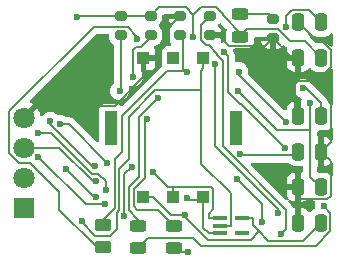
<source format=gbr>
%TF.GenerationSoftware,KiCad,Pcbnew,7.0.6*%
%TF.CreationDate,2024-04-01T13:07:50+03:00*%
%TF.ProjectId,SIM800 GPS Module,53494d38-3030-4204-9750-53204d6f6475,rev?*%
%TF.SameCoordinates,Original*%
%TF.FileFunction,Copper,L2,Bot*%
%TF.FilePolarity,Positive*%
%FSLAX46Y46*%
G04 Gerber Fmt 4.6, Leading zero omitted, Abs format (unit mm)*
G04 Created by KiCad (PCBNEW 7.0.6) date 2024-04-01 13:07:50*
%MOMM*%
%LPD*%
G01*
G04 APERTURE LIST*
G04 Aperture macros list*
%AMRoundRect*
0 Rectangle with rounded corners*
0 $1 Rounding radius*
0 $2 $3 $4 $5 $6 $7 $8 $9 X,Y pos of 4 corners*
0 Add a 4 corners polygon primitive as box body*
4,1,4,$2,$3,$4,$5,$6,$7,$8,$9,$2,$3,0*
0 Add four circle primitives for the rounded corners*
1,1,$1+$1,$2,$3*
1,1,$1+$1,$4,$5*
1,1,$1+$1,$6,$7*
1,1,$1+$1,$8,$9*
0 Add four rect primitives between the rounded corners*
20,1,$1+$1,$2,$3,$4,$5,0*
20,1,$1+$1,$4,$5,$6,$7,0*
20,1,$1+$1,$6,$7,$8,$9,0*
20,1,$1+$1,$8,$9,$2,$3,0*%
G04 Aperture macros list end*
%TA.AperFunction,ComponentPad*%
%ADD10C,1.800000*%
%TD*%
%TA.AperFunction,ComponentPad*%
%ADD11R,1.800000X1.800000*%
%TD*%
%TA.AperFunction,SMDPad,CuDef*%
%ADD12RoundRect,0.200000X-0.275000X0.200000X-0.275000X-0.200000X0.275000X-0.200000X0.275000X0.200000X0*%
%TD*%
%TA.AperFunction,SMDPad,CuDef*%
%ADD13RoundRect,0.243750X-0.456250X0.243750X-0.456250X-0.243750X0.456250X-0.243750X0.456250X0.243750X0*%
%TD*%
%TA.AperFunction,SMDPad,CuDef*%
%ADD14RoundRect,0.250000X0.250000X0.475000X-0.250000X0.475000X-0.250000X-0.475000X0.250000X-0.475000X0*%
%TD*%
%TA.AperFunction,SMDPad,CuDef*%
%ADD15RoundRect,0.250000X0.450000X-0.262500X0.450000X0.262500X-0.450000X0.262500X-0.450000X-0.262500X0*%
%TD*%
%TA.AperFunction,SMDPad,CuDef*%
%ADD16R,1.000000X1.100000*%
%TD*%
%TA.AperFunction,SMDPad,CuDef*%
%ADD17R,1.000000X3.000000*%
%TD*%
%TA.AperFunction,SMDPad,CuDef*%
%ADD18R,1.230000X0.400000*%
%TD*%
%TA.AperFunction,SMDPad,CuDef*%
%ADD19RoundRect,0.243750X0.456250X-0.243750X0.456250X0.243750X-0.456250X0.243750X-0.456250X-0.243750X0*%
%TD*%
%TA.AperFunction,ViaPad*%
%ADD20C,0.600000*%
%TD*%
%TA.AperFunction,Conductor*%
%ADD21C,0.200000*%
%TD*%
G04 APERTURE END LIST*
D10*
%TO.P,J3,4,Pin_4*%
%TO.N,GND*%
X126238000Y-85344000D03*
%TO.P,J3,3,Pin_3*%
%TO.N,RXD*%
X126238000Y-87884000D03*
%TO.P,J3,2,Pin_2*%
%TO.N,TXD*%
X126238000Y-90424000D03*
D11*
%TO.P,J3,1,Pin_1*%
%TO.N,+5V*%
X126238000Y-92964000D03*
%TD*%
D12*
%TO.P,RE,1*%
%TO.N,Net-(D4-K)*%
X147320000Y-76962000D03*
%TO.P,RE,2*%
%TO.N,GND*%
X147320000Y-78612000D03*
%TD*%
D13*
%TO.P,DE,1,K*%
%TO.N,Net-(D4-K)*%
X144545000Y-76609500D03*
%TO.P,DE,2,A*%
%TO.N,+4.2V*%
X144545000Y-78484500D03*
%TD*%
D14*
%TO.P,C6,1*%
%TO.N,+4.2V*%
X151384000Y-80264000D03*
%TO.P,C6,2*%
%TO.N,GND*%
X149484000Y-80264000D03*
%TD*%
%TO.P,C5,1*%
%TO.N,Net-(C5-Pad1)*%
X151384000Y-77254000D03*
%TO.P,C5,2*%
%TO.N,GND*%
X149484000Y-77254000D03*
%TD*%
D12*
%TO.P,R6,1*%
%TO.N,Net-(Q3-E)*%
X141986000Y-76708000D03*
%TO.P,R6,2*%
%TO.N,GND*%
X141986000Y-78358000D03*
%TD*%
%TO.P,R5,1*%
%TO.N,GND*%
X139476000Y-76708000D03*
%TO.P,R5,2*%
%TO.N,Net-(Q1-B)*%
X139476000Y-78358000D03*
%TD*%
D15*
%TO.P,R4,1*%
%TO.N,NETLIGHT*%
X132903000Y-96298000D03*
%TO.P,R4,2*%
%TO.N,Net-(Q1-B)*%
X132903000Y-94473000D03*
%TD*%
D12*
%TO.P,R2,1*%
%TO.N,+4.2V*%
X136966000Y-76708000D03*
%TO.P,R2,2*%
%TO.N,Net-(D2-A)*%
X136966000Y-78358000D03*
%TD*%
%TO.P,R1,1*%
%TO.N,+4.2V*%
X134456000Y-76708000D03*
%TO.P,R1,2*%
%TO.N,Net-(D1-A)*%
X134456000Y-78358000D03*
%TD*%
D16*
%TO.P,J2,C1,VCC*%
%TO.N,Net-(J2-VCC)*%
X136360000Y-92100000D03*
%TO.P,J2,C2,RST*%
%TO.N,Net-(J2-RST)*%
X138900000Y-92100000D03*
%TO.P,J2,C3,CLK*%
%TO.N,Net-(J2-CLK)*%
X141440000Y-92100000D03*
D17*
%TO.P,J2,C4*%
%TO.N,N/C*%
X133600000Y-86200000D03*
D16*
%TO.P,J2,C5,GND*%
%TO.N,GND*%
X136360000Y-80300000D03*
%TO.P,J2,C6,VPP*%
%TO.N,unconnected-(J2-VPP-PadC6)*%
X138900000Y-80300000D03*
%TO.P,J2,C7,I/O*%
%TO.N,Net-(J2-I{slash}O)*%
X141440000Y-80300000D03*
D17*
%TO.P,J2,C8*%
%TO.N,N/C*%
X144200000Y-86200000D03*
%TD*%
D18*
%TO.P,D3,1*%
%TO.N,Net-(J2-CLK)*%
X142824000Y-95138000D03*
%TO.P,D3,4*%
%TO.N,Net-(J2-VCC)*%
X144704000Y-93838000D03*
%TO.P,D3,2*%
%TO.N,Net-(J2-I{slash}O)*%
X142824000Y-94488000D03*
%TO.P,D3,3*%
%TO.N,Net-(J2-RST)*%
X142824000Y-93838000D03*
%TO.P,D3,5*%
%TO.N,unconnected-(D3-Pad5)*%
X144704000Y-95138000D03*
%TD*%
D19*
%TO.P,D2,1,K*%
%TO.N,Net-(D2-K)*%
X135898000Y-96363000D03*
%TO.P,D2,2,A*%
%TO.N,Net-(D2-A)*%
X135898000Y-94488000D03*
%TD*%
%TO.P,D1,1,K*%
%TO.N,Net-(D1-K)*%
X138938000Y-96363000D03*
%TO.P,D1,2,A*%
%TO.N,Net-(D1-A)*%
X138938000Y-94488000D03*
%TD*%
D14*
%TO.P,C4,1*%
%TO.N,Net-(J2-VCC)*%
X151384000Y-94234000D03*
%TO.P,C4,2*%
%TO.N,GND*%
X149484000Y-94234000D03*
%TD*%
%TO.P,C3,1*%
%TO.N,Net-(C3-Pad1)*%
X151384000Y-91224000D03*
%TO.P,C3,2*%
%TO.N,GND*%
X149484000Y-91224000D03*
%TD*%
%TO.P,C2,1*%
%TO.N,GND*%
X151384000Y-88214000D03*
%TO.P,C2,2*%
%TO.N,Net-(U1-SIM_DATA)*%
X149484000Y-88214000D03*
%TD*%
%TO.P,C1,1*%
%TO.N,Net-(U1-GSM_ANT)*%
X151384000Y-85204000D03*
%TO.P,C1,2*%
%TO.N,GND*%
X149484000Y-85204000D03*
%TD*%
D20*
%TO.N,RXD*%
X132308100Y-90736300D03*
%TO.N,TXD*%
X133215400Y-91435600D03*
X127458600Y-86618800D03*
%TO.N,Net-(C5-Pad1)*%
X148432800Y-77646500D03*
%TO.N,Net-(U1-SIM_RST)*%
X127469200Y-88653000D03*
X133091600Y-92662700D03*
%TO.N,NETLIGHT*%
X135852900Y-78714500D03*
%TO.N,+4.2V*%
X130775900Y-76830600D03*
X140592500Y-78533700D03*
%TO.N,Net-(Q3-C)*%
X147790300Y-93449200D03*
X142447800Y-80806500D03*
%TO.N,Net-(Q3-E)*%
X148001800Y-95177600D03*
%TO.N,Net-(Q3-B)*%
X146382500Y-94220800D03*
X144289700Y-90520800D03*
X132253700Y-89471700D03*
X128483000Y-85640300D03*
%TO.N,STATUS*%
X148344200Y-87923200D03*
X143186900Y-79782800D03*
%TO.N,Net-(Q1-B)*%
X148467500Y-85742400D03*
X144442900Y-81443800D03*
X140061700Y-81443800D03*
%TO.N,Net-(J2-RST)*%
X137141300Y-89934000D03*
X133289600Y-89162900D03*
X129306200Y-85891700D03*
%TO.N,Net-(J2-I{slash}O)*%
X131118600Y-94116100D03*
%TO.N,Net-(J2-CLK)*%
X129805300Y-89656400D03*
X132352500Y-92060800D03*
X140030100Y-92142100D03*
%TO.N,Net-(D2-A)*%
X137609600Y-83640400D03*
X135511800Y-81901900D03*
%TO.N,Net-(D2-K)*%
X151657100Y-92865800D03*
%TO.N,Net-(D1-A)*%
X134344100Y-83062200D03*
X136688500Y-85437300D03*
%TO.N,Net-(D1-K)*%
X140162100Y-96736900D03*
%TO.N,Net-(J2-VCC)*%
X139900000Y-93591000D03*
%TO.N,Net-(C3-Pad1)*%
X150494900Y-84096000D03*
X144342000Y-83049600D03*
%TO.N,Net-(U1-SIM_DATA)*%
X134719300Y-93673300D03*
X135360000Y-89494500D03*
X144522100Y-88384400D03*
%TO.N,GND*%
X148307700Y-82823400D03*
X149384100Y-81823100D03*
%TO.N,Net-(U1-GSM_ANT)*%
X149865500Y-82865300D03*
%TD*%
D21*
%TO.N,RXD*%
X132098900Y-90736300D02*
X132308100Y-90736300D01*
X129246600Y-87884000D02*
X132098900Y-90736300D01*
X126238000Y-87884000D02*
X129246600Y-87884000D01*
%TO.N,TXD*%
X133215400Y-90748900D02*
X133215400Y-91435600D01*
X132540100Y-90073600D02*
X133215400Y-90748900D01*
X132004500Y-90073600D02*
X132540100Y-90073600D01*
X128549700Y-86618800D02*
X132004500Y-90073600D01*
X127458600Y-86618800D02*
X128549700Y-86618800D01*
%TO.N,Net-(D4-K)*%
X146967500Y-76609500D02*
X147320000Y-76962000D01*
X144545000Y-76609500D02*
X146967500Y-76609500D01*
%TO.N,Net-(C5-Pad1)*%
X148432800Y-76740300D02*
X148432800Y-77646500D01*
X148947000Y-76226100D02*
X148432800Y-76740300D01*
X150356100Y-76226100D02*
X148947000Y-76226100D01*
X151384000Y-77254000D02*
X150356100Y-76226100D01*
%TO.N,Net-(U1-SIM_RST)*%
X131478900Y-92662700D02*
X127469200Y-88653000D01*
X133091600Y-92662700D02*
X131478900Y-92662700D01*
%TO.N,NETLIGHT*%
X135852900Y-78496000D02*
X135852900Y-78714500D01*
X135012200Y-77655300D02*
X135852900Y-78496000D01*
X132171500Y-77655300D02*
X135012200Y-77655300D01*
X125006800Y-84820000D02*
X132171500Y-77655300D01*
X125006800Y-88366000D02*
X125006800Y-84820000D01*
X125794800Y-89154000D02*
X125006800Y-88366000D01*
X126776600Y-89154000D02*
X125794800Y-89154000D01*
X129235100Y-91612500D02*
X126776600Y-89154000D01*
X129235100Y-93132000D02*
X129235100Y-91612500D01*
X132401100Y-96298000D02*
X129235100Y-93132000D01*
X132903000Y-96298000D02*
X132401100Y-96298000D01*
%TO.N,+4.2V*%
X136966000Y-76708000D02*
X134456000Y-76708000D01*
X130898500Y-76708000D02*
X130775900Y-76830600D01*
X134456000Y-76708000D02*
X130898500Y-76708000D01*
X145155300Y-77874200D02*
X144716800Y-78312700D01*
X147795800Y-77874200D02*
X145155300Y-77874200D01*
X148805500Y-78883900D02*
X147795800Y-77874200D01*
X150003900Y-78883900D02*
X148805500Y-78883900D01*
X151384000Y-80264000D02*
X150003900Y-78883900D01*
X144716800Y-78312700D02*
X144545000Y-78484500D01*
X141210700Y-76005300D02*
X140592500Y-76623500D01*
X142492100Y-76005300D02*
X141210700Y-76005300D01*
X143072700Y-76585900D02*
X142492100Y-76005300D01*
X143072700Y-76668600D02*
X143072700Y-76585900D01*
X144716800Y-78312700D02*
X143072700Y-76668600D01*
X139974300Y-76005300D02*
X140592500Y-76623500D01*
X137668700Y-76005300D02*
X139974300Y-76005300D01*
X136966000Y-76708000D02*
X137668700Y-76005300D01*
X140592500Y-76623500D02*
X140592500Y-78533700D01*
%TO.N,Net-(Q3-C)*%
X147790300Y-93072000D02*
X147790300Y-93449200D01*
X142447800Y-87729500D02*
X147790300Y-93072000D01*
X142447800Y-80806500D02*
X142447800Y-87729500D01*
%TO.N,Net-(Q3-E)*%
X141203000Y-77491000D02*
X141986000Y-76708000D01*
X141203000Y-78799300D02*
X141203000Y-77491000D01*
X141624300Y-79220600D02*
X141203000Y-78799300D01*
X141877200Y-79220600D02*
X141624300Y-79220600D01*
X142585000Y-79928400D02*
X141877200Y-79220600D01*
X142585000Y-80032000D02*
X142585000Y-79928400D01*
X143069900Y-80516900D02*
X142585000Y-80032000D01*
X143069900Y-87783300D02*
X143069900Y-80516900D01*
X148434100Y-93147500D02*
X143069900Y-87783300D01*
X148434100Y-94745300D02*
X148434100Y-93147500D01*
X148001800Y-95177600D02*
X148434100Y-94745300D01*
%TO.N,Net-(Q3-B)*%
X146382500Y-92613600D02*
X144289700Y-90520800D01*
X146382500Y-94220800D02*
X146382500Y-92613600D01*
X128483000Y-85921900D02*
X128483000Y-85640300D01*
X132032800Y-89471700D02*
X128483000Y-85921900D01*
X132253700Y-89471700D02*
X132032800Y-89471700D01*
%TO.N,STATUS*%
X148344200Y-87873000D02*
X148344200Y-87923200D01*
X144637600Y-84166400D02*
X148344200Y-87873000D01*
X144513200Y-84166400D02*
X144637600Y-84166400D01*
X143514700Y-83167900D02*
X144513200Y-84166400D01*
X143514700Y-80110600D02*
X143514700Y-83167900D01*
X143186900Y-79782800D02*
X143514700Y-80110600D01*
%TO.N,Net-(Q1-B)*%
X139729900Y-78611900D02*
X139476000Y-78358000D01*
X139729900Y-81398300D02*
X139729900Y-78611900D01*
X144442900Y-81717800D02*
X144442900Y-81443800D01*
X148467500Y-85742400D02*
X144442900Y-81717800D01*
X140016200Y-81398300D02*
X140061700Y-81443800D01*
X139729900Y-81398300D02*
X140016200Y-81398300D01*
X138382600Y-81398300D02*
X139729900Y-81398300D01*
X134567100Y-85213800D02*
X138382600Y-81398300D01*
X134567100Y-88225500D02*
X134567100Y-85213800D01*
X133913100Y-88879500D02*
X134567100Y-88225500D01*
X133913100Y-93028000D02*
X133913100Y-88879500D01*
X132903000Y-94038100D02*
X133913100Y-93028000D01*
X132903000Y-94473000D02*
X132903000Y-94038100D01*
%TO.N,Net-(J2-RST)*%
X130018400Y-85891700D02*
X133289600Y-89162900D01*
X129306200Y-85891700D02*
X130018400Y-85891700D01*
X138455400Y-91248100D02*
X137141300Y-89934000D01*
X138900000Y-91248100D02*
X138455400Y-91248100D01*
X138900000Y-92100000D02*
X138900000Y-91248100D01*
X142106800Y-91248100D02*
X138900000Y-91248100D01*
X142286100Y-91427400D02*
X142106800Y-91248100D01*
X142286100Y-93082600D02*
X142286100Y-91427400D01*
X141907100Y-93461600D02*
X142286100Y-93082600D01*
X141907100Y-93838000D02*
X141907100Y-93461600D01*
X142824000Y-93838000D02*
X141907100Y-93838000D01*
%TO.N,Net-(J2-I{slash}O)*%
X141440000Y-80300000D02*
X141440000Y-81151900D01*
X142824000Y-94488000D02*
X143740900Y-94488000D01*
X141226100Y-81365800D02*
X141226100Y-83023800D01*
X141440000Y-81151900D02*
X141226100Y-81365800D01*
X131118600Y-94206500D02*
X131118600Y-94116100D01*
X132235100Y-95323000D02*
X131118600Y-94206500D01*
X133567800Y-95323000D02*
X132235100Y-95323000D01*
X134117400Y-94773400D02*
X133567800Y-95323000D01*
X134117400Y-93392000D02*
X134117400Y-94773400D01*
X134316600Y-93192800D02*
X134117400Y-93392000D01*
X134316600Y-89686800D02*
X134316600Y-93192800D01*
X135121900Y-88881500D02*
X134316600Y-89686800D01*
X135121900Y-85268800D02*
X135121900Y-88881500D01*
X137366900Y-83023800D02*
X135121900Y-85268800D01*
X141226100Y-83023800D02*
X137366900Y-83023800D01*
X141226100Y-89233000D02*
X141226100Y-83023800D01*
X143740900Y-91747800D02*
X141226100Y-89233000D01*
X143740900Y-94488000D02*
X143740900Y-91747800D01*
%TO.N,Net-(J2-CLK)*%
X142824000Y-95138000D02*
X141907100Y-95138000D01*
X141440000Y-92851000D02*
X141440000Y-92950400D01*
X141440000Y-92950400D02*
X141440000Y-92951900D01*
X141440000Y-92100000D02*
X141440000Y-92342900D01*
X141440000Y-92342900D02*
X141440000Y-92851000D01*
X141440000Y-94670900D02*
X141440000Y-92951900D01*
X141907100Y-95138000D02*
X141440000Y-94670900D01*
X140230900Y-92342900D02*
X140030100Y-92142100D01*
X141440000Y-92342900D02*
X140230900Y-92342900D01*
X132209700Y-92060800D02*
X132352500Y-92060800D01*
X129805300Y-89656400D02*
X132209700Y-92060800D01*
%TO.N,Net-(D2-A)*%
X136966000Y-78519400D02*
X136966000Y-78358000D01*
X136133700Y-79351700D02*
X136966000Y-78519400D01*
X135740600Y-79351700D02*
X136133700Y-79351700D01*
X135511800Y-79580500D02*
X135740600Y-79351700D01*
X135511800Y-81901900D02*
X135511800Y-79580500D01*
X135970300Y-85279700D02*
X137609600Y-83640400D01*
X135970300Y-90352200D02*
X135970300Y-85279700D01*
X135121900Y-91200600D02*
X135970300Y-90352200D01*
X135121900Y-93192600D02*
X135121900Y-91200600D01*
X135898000Y-93968700D02*
X135121900Y-93192600D01*
X135898000Y-94488000D02*
X135898000Y-93968700D01*
%TO.N,Net-(D2-K)*%
X152191100Y-93399800D02*
X151657100Y-92865800D01*
X152191100Y-94956800D02*
X152191100Y-93399800D01*
X150945800Y-96202100D02*
X152191100Y-94956800D01*
X141217100Y-96202100D02*
X150945800Y-96202100D01*
X140536800Y-95521800D02*
X141217100Y-96202100D01*
X136739200Y-95521800D02*
X140536800Y-95521800D01*
X135898000Y-96363000D02*
X136739200Y-95521800D01*
%TO.N,Net-(D1-A)*%
X134456000Y-82950300D02*
X134344100Y-83062200D01*
X134456000Y-78358000D02*
X134456000Y-82950300D01*
X136530400Y-85595400D02*
X136688500Y-85437300D01*
X136530400Y-90452600D02*
X136530400Y-85595400D01*
X135558100Y-91424900D02*
X136530400Y-90452600D01*
X135558100Y-92855100D02*
X135558100Y-91424900D01*
X135837000Y-93134000D02*
X135558100Y-92855100D01*
X137584000Y-93134000D02*
X135837000Y-93134000D01*
X138938000Y-94488000D02*
X137584000Y-93134000D01*
%TO.N,Net-(D1-K)*%
X139311900Y-96736900D02*
X138938000Y-96363000D01*
X140162100Y-96736900D02*
X139311900Y-96736900D01*
%TO.N,Net-(J2-VCC)*%
X136360000Y-92100000D02*
X137161900Y-92100000D01*
X144704000Y-93838000D02*
X145620900Y-93838000D01*
X138652900Y-93591000D02*
X139900000Y-93591000D01*
X137161900Y-92100000D02*
X138652900Y-93591000D01*
X149838400Y-95779600D02*
X151384000Y-94234000D01*
X146941800Y-95779600D02*
X149838400Y-95779600D01*
X146133300Y-94971100D02*
X146941800Y-95779600D01*
X145620900Y-94458700D02*
X146133300Y-94971100D01*
X145620900Y-93838000D02*
X145620900Y-94458700D01*
X139900000Y-93714600D02*
X139900000Y-93591000D01*
X141854700Y-95669300D02*
X139900000Y-93714600D01*
X145435100Y-95669300D02*
X141854700Y-95669300D01*
X146133300Y-94971100D02*
X145435100Y-95669300D01*
%TO.N,Net-(C3-Pad1)*%
X150494900Y-90334900D02*
X150494900Y-86348100D01*
X151384000Y-91224000D02*
X150494900Y-90334900D01*
X150494900Y-86348100D02*
X150494900Y-84096000D01*
X147640500Y-86348100D02*
X144342000Y-83049600D01*
X150494900Y-86348100D02*
X147640500Y-86348100D01*
%TO.N,Net-(U1-SIM_DATA)*%
X149153800Y-88544200D02*
X149484000Y-88214000D01*
X144681900Y-88544200D02*
X149153800Y-88544200D01*
X144522100Y-88384400D02*
X144681900Y-88544200D01*
X134719300Y-90135200D02*
X134719300Y-93673300D01*
X135360000Y-89494500D02*
X134719300Y-90135200D01*
%TO.N,GND*%
X149484000Y-92261300D02*
X149485500Y-92259800D01*
X149484000Y-94234000D02*
X149484000Y-92261300D01*
X149485500Y-91225500D02*
X149484000Y-91224000D01*
X149485500Y-92259800D02*
X149485500Y-91225500D01*
X148972000Y-80264000D02*
X147320000Y-78612000D01*
X149484000Y-80264000D02*
X148972000Y-80264000D01*
X151004800Y-78774800D02*
X149484000Y-77254000D01*
X151401600Y-78774800D02*
X151004800Y-78774800D01*
X152202300Y-79575500D02*
X151401600Y-78774800D01*
X152202300Y-81031700D02*
X152202300Y-79575500D01*
X150875300Y-82358700D02*
X152202300Y-81031700D01*
X152216800Y-87381200D02*
X151384000Y-88214000D01*
X152216800Y-83700200D02*
X152216800Y-87381200D01*
X150875300Y-82358700D02*
X152216800Y-83700200D01*
X151899800Y-92259800D02*
X149485500Y-92259800D01*
X152222500Y-91937100D02*
X151899800Y-92259800D01*
X152222500Y-89052500D02*
X152222500Y-91937100D01*
X151384000Y-88214000D02*
X152222500Y-89052500D01*
X142658800Y-78358000D02*
X141986000Y-78358000D01*
X143576400Y-79275600D02*
X142658800Y-78358000D01*
X146656400Y-79275600D02*
X143576400Y-79275600D01*
X147320000Y-78612000D02*
X146656400Y-79275600D01*
X150780000Y-82263400D02*
X150875300Y-82358700D01*
X149484000Y-82263400D02*
X150780000Y-82263400D01*
X149223900Y-82823400D02*
X148307700Y-82823400D01*
X149223900Y-82523500D02*
X149223900Y-82823400D01*
X149484000Y-82263400D02*
X149223900Y-82523500D01*
X149223900Y-84943900D02*
X149484000Y-85204000D01*
X149223900Y-82823400D02*
X149223900Y-84943900D01*
X149484000Y-80264000D02*
X149484000Y-81823100D01*
X149484000Y-81823100D02*
X149484000Y-82263400D01*
X149384100Y-81823100D02*
X149484000Y-81823100D01*
X138527200Y-77656800D02*
X139476000Y-76708000D01*
X138527200Y-78934700D02*
X138527200Y-77656800D01*
X137161900Y-80300000D02*
X138527200Y-78934700D01*
X136360000Y-80300000D02*
X137161900Y-80300000D01*
X136360000Y-81920900D02*
X136360000Y-80300000D01*
X133911500Y-84369400D02*
X136360000Y-81920900D01*
X127212600Y-84369400D02*
X133911500Y-84369400D01*
X126238000Y-85344000D02*
X127212600Y-84369400D01*
%TO.N,Net-(U1-GSM_ANT)*%
X150122400Y-82865300D02*
X149865500Y-82865300D01*
X151384000Y-84126900D02*
X150122400Y-82865300D01*
X151384000Y-85204000D02*
X151384000Y-84126900D01*
%TD*%
%TA.AperFunction,Conductor*%
%TO.N,GND*%
G36*
X148644008Y-89164385D02*
G01*
X148664650Y-89181018D01*
X148765344Y-89281712D01*
X148914666Y-89373814D01*
X149081203Y-89428999D01*
X149183991Y-89439500D01*
X149770400Y-89439499D01*
X149837439Y-89459183D01*
X149883194Y-89511987D01*
X149894400Y-89563499D01*
X149894400Y-89875000D01*
X149874715Y-89942039D01*
X149821911Y-89987794D01*
X149770400Y-89999000D01*
X149734000Y-89999000D01*
X149734000Y-92448999D01*
X149783972Y-92448999D01*
X149783986Y-92448998D01*
X149886697Y-92438505D01*
X150053119Y-92383358D01*
X150053124Y-92383356D01*
X150202345Y-92291315D01*
X150326318Y-92167342D01*
X150328165Y-92164348D01*
X150329969Y-92162724D01*
X150330798Y-92161677D01*
X150330976Y-92161818D01*
X150380110Y-92117621D01*
X150449073Y-92106396D01*
X150513156Y-92134236D01*
X150539243Y-92164341D01*
X150541288Y-92167656D01*
X150665344Y-92291712D01*
X150814666Y-92383814D01*
X150841047Y-92392555D01*
X150898491Y-92432327D01*
X150925315Y-92496842D01*
X150919085Y-92551215D01*
X150871732Y-92686542D01*
X150871730Y-92686550D01*
X150851535Y-92865796D01*
X150851535Y-92865803D01*
X150862288Y-92961241D01*
X150850233Y-93030063D01*
X150804165Y-93080663D01*
X150665342Y-93166289D01*
X150541288Y-93290343D01*
X150541283Y-93290349D01*
X150539241Y-93293661D01*
X150537247Y-93295453D01*
X150536807Y-93296011D01*
X150536711Y-93295935D01*
X150487291Y-93340383D01*
X150418328Y-93351602D01*
X150354247Y-93323755D01*
X150328168Y-93293656D01*
X150326319Y-93290659D01*
X150326316Y-93290655D01*
X150202345Y-93166684D01*
X150053124Y-93074643D01*
X150053119Y-93074641D01*
X149886697Y-93019494D01*
X149886690Y-93019493D01*
X149783986Y-93009000D01*
X149734000Y-93009000D01*
X149734000Y-94360000D01*
X149714315Y-94427039D01*
X149661511Y-94472794D01*
X149610000Y-94484000D01*
X149358000Y-94484000D01*
X149290961Y-94464315D01*
X149245206Y-94411511D01*
X149234000Y-94360000D01*
X149234000Y-93009000D01*
X149233999Y-93008999D01*
X149184029Y-93009000D01*
X149184009Y-93009001D01*
X149124929Y-93015037D01*
X149056236Y-93002267D01*
X149005352Y-92954386D01*
X148997770Y-92939138D01*
X148958636Y-92844659D01*
X148933299Y-92811639D01*
X148862382Y-92719218D01*
X148834105Y-92697520D01*
X148828004Y-92692169D01*
X148632433Y-92496598D01*
X148598948Y-92435275D01*
X148603932Y-92365583D01*
X148645804Y-92309650D01*
X148711268Y-92285233D01*
X148779541Y-92300085D01*
X148785211Y-92303378D01*
X148914875Y-92383356D01*
X148914880Y-92383358D01*
X149081302Y-92438505D01*
X149081309Y-92438506D01*
X149184019Y-92448999D01*
X149233999Y-92448998D01*
X149234000Y-92448998D01*
X149234000Y-91474000D01*
X148484001Y-91474000D01*
X148484001Y-91748986D01*
X148494494Y-91851697D01*
X148549641Y-92018119D01*
X148549643Y-92018124D01*
X148629621Y-92147788D01*
X148648061Y-92215181D01*
X148627138Y-92281844D01*
X148573496Y-92326614D01*
X148504166Y-92335275D01*
X148441158Y-92305079D01*
X148436401Y-92300566D01*
X147109835Y-90974000D01*
X148484000Y-90974000D01*
X149234000Y-90974000D01*
X149234000Y-89999000D01*
X149233999Y-89998999D01*
X149184029Y-89999000D01*
X149184011Y-89999001D01*
X149081302Y-90009494D01*
X148914880Y-90064641D01*
X148914875Y-90064643D01*
X148765654Y-90156684D01*
X148641684Y-90280654D01*
X148549643Y-90429875D01*
X148549641Y-90429880D01*
X148494494Y-90596302D01*
X148494493Y-90596309D01*
X148484000Y-90699013D01*
X148484000Y-90974000D01*
X147109835Y-90974000D01*
X145492216Y-89356381D01*
X145458731Y-89295058D01*
X145463715Y-89225366D01*
X145505587Y-89169433D01*
X145571051Y-89145016D01*
X145579897Y-89144700D01*
X148576969Y-89144700D01*
X148644008Y-89164385D01*
G37*
%TD.AperFunction*%
%TA.AperFunction,Conductor*%
G36*
X152326834Y-86150048D02*
G01*
X152382767Y-86191920D01*
X152407184Y-86257384D01*
X152407500Y-86266230D01*
X152407500Y-87152477D01*
X152387815Y-87219516D01*
X152335011Y-87265271D01*
X152265853Y-87275215D01*
X152202297Y-87246190D01*
X152195819Y-87240158D01*
X152102345Y-87146684D01*
X151953124Y-87054643D01*
X151953119Y-87054641D01*
X151786697Y-86999494D01*
X151786690Y-86999493D01*
X151683986Y-86989000D01*
X151634000Y-86989000D01*
X151634000Y-89438999D01*
X151683972Y-89438999D01*
X151683986Y-89438998D01*
X151786697Y-89428505D01*
X151953119Y-89373358D01*
X151953124Y-89373356D01*
X152102345Y-89281315D01*
X152195819Y-89187842D01*
X152257142Y-89154357D01*
X152326834Y-89159341D01*
X152382767Y-89201213D01*
X152407184Y-89266677D01*
X152407500Y-89275523D01*
X152407500Y-90161770D01*
X152387815Y-90228809D01*
X152335011Y-90274564D01*
X152265853Y-90284508D01*
X152202297Y-90255483D01*
X152195819Y-90249451D01*
X152102657Y-90156289D01*
X152102656Y-90156288D01*
X151953334Y-90064186D01*
X151786797Y-90009001D01*
X151786795Y-90009000D01*
X151684016Y-89998500D01*
X151684009Y-89998500D01*
X151219400Y-89998500D01*
X151152361Y-89978815D01*
X151106606Y-89926011D01*
X151095400Y-89874500D01*
X151095400Y-89528961D01*
X151115085Y-89461922D01*
X151131719Y-89441280D01*
X151134000Y-89438999D01*
X151134000Y-86989000D01*
X151131719Y-86986719D01*
X151098234Y-86925396D01*
X151095400Y-86899038D01*
X151095400Y-86553499D01*
X151115085Y-86486460D01*
X151167889Y-86440705D01*
X151219400Y-86429499D01*
X151684002Y-86429499D01*
X151684008Y-86429499D01*
X151786797Y-86418999D01*
X151953334Y-86363814D01*
X152102656Y-86271712D01*
X152195819Y-86178549D01*
X152257142Y-86145064D01*
X152326834Y-86150048D01*
G37*
%TD.AperFunction*%
%TA.AperFunction,Conductor*%
G36*
X139669039Y-76625485D02*
G01*
X139714794Y-76678289D01*
X139726000Y-76729800D01*
X139726000Y-76834000D01*
X139706315Y-76901039D01*
X139653511Y-76946794D01*
X139602000Y-76958000D01*
X138501001Y-76958000D01*
X138501001Y-76964582D01*
X138507408Y-77035102D01*
X138507409Y-77035107D01*
X138557981Y-77197396D01*
X138645927Y-77342877D01*
X138748015Y-77444965D01*
X138781500Y-77506288D01*
X138776516Y-77575980D01*
X138748015Y-77620327D01*
X138645531Y-77722810D01*
X138645530Y-77722811D01*
X138557522Y-77868393D01*
X138506913Y-78030807D01*
X138501782Y-78087275D01*
X138500500Y-78101384D01*
X138500500Y-78614616D01*
X138502403Y-78635556D01*
X138506913Y-78685192D01*
X138506913Y-78685194D01*
X138506914Y-78685196D01*
X138557522Y-78847606D01*
X138638144Y-78980971D01*
X138645530Y-78993188D01*
X138690161Y-79037819D01*
X138723646Y-79099142D01*
X138718662Y-79168834D01*
X138676790Y-79224767D01*
X138611326Y-79249184D01*
X138602480Y-79249500D01*
X138352130Y-79249500D01*
X138352123Y-79249501D01*
X138292516Y-79255908D01*
X138157671Y-79306202D01*
X138157664Y-79306206D01*
X138042455Y-79392452D01*
X138042452Y-79392455D01*
X137956206Y-79507664D01*
X137956202Y-79507671D01*
X137905908Y-79642517D01*
X137899501Y-79702116D01*
X137899500Y-79702135D01*
X137899500Y-80897870D01*
X137899501Y-80897879D01*
X137906194Y-80960145D01*
X137893786Y-81028905D01*
X137870585Y-81061078D01*
X134608819Y-84322844D01*
X134547496Y-84356329D01*
X134477804Y-84351345D01*
X134446827Y-84334430D01*
X134434620Y-84325292D01*
X134353424Y-84264508D01*
X134342330Y-84256203D01*
X134342328Y-84256202D01*
X134207482Y-84205908D01*
X134207483Y-84205908D01*
X134147883Y-84199501D01*
X134147881Y-84199500D01*
X134147873Y-84199500D01*
X134147864Y-84199500D01*
X133052129Y-84199500D01*
X133052123Y-84199501D01*
X132992516Y-84205908D01*
X132857671Y-84256202D01*
X132857664Y-84256206D01*
X132742455Y-84342452D01*
X132742452Y-84342455D01*
X132656206Y-84457664D01*
X132656202Y-84457671D01*
X132605908Y-84592517D01*
X132599501Y-84652116D01*
X132599500Y-84652135D01*
X132599500Y-87324203D01*
X132579815Y-87391242D01*
X132527011Y-87436997D01*
X132457853Y-87446941D01*
X132394297Y-87417916D01*
X132387819Y-87411884D01*
X131459435Y-86483500D01*
X130473720Y-85497785D01*
X130468380Y-85491695D01*
X130446682Y-85463418D01*
X130321241Y-85367164D01*
X130265318Y-85344000D01*
X130175162Y-85306656D01*
X130175160Y-85306655D01*
X130057761Y-85291200D01*
X130018400Y-85286018D01*
X129983070Y-85290669D01*
X129974972Y-85291200D01*
X129888612Y-85291200D01*
X129821573Y-85271515D01*
X129811297Y-85264145D01*
X129808463Y-85261885D01*
X129808462Y-85261884D01*
X129751696Y-85226215D01*
X129655723Y-85165911D01*
X129485454Y-85106331D01*
X129485449Y-85106330D01*
X129306204Y-85086135D01*
X129306196Y-85086135D01*
X129145089Y-85104286D01*
X129076267Y-85092231D01*
X129043525Y-85068747D01*
X128985262Y-85010484D01*
X128832523Y-84914511D01*
X128662254Y-84854931D01*
X128662249Y-84854930D01*
X128483004Y-84834735D01*
X128482996Y-84834735D01*
X128303750Y-84854930D01*
X128303745Y-84854931D01*
X128133476Y-84914511D01*
X127980737Y-85010484D01*
X127853184Y-85138037D01*
X127853178Y-85138044D01*
X127848228Y-85145923D01*
X127795892Y-85192212D01*
X127726838Y-85202857D01*
X127662991Y-85174478D01*
X127624622Y-85116087D01*
X127623032Y-85110386D01*
X127566682Y-84887864D01*
X127473483Y-84675390D01*
X127389186Y-84546364D01*
X126800772Y-85134778D01*
X126762099Y-85041412D01*
X126665925Y-84916075D01*
X126540588Y-84819901D01*
X126447219Y-84781226D01*
X127036799Y-84191647D01*
X127006349Y-84167949D01*
X126829298Y-84072133D01*
X126779708Y-84022913D01*
X126764600Y-83954697D01*
X126788770Y-83889141D01*
X126800621Y-83875412D01*
X132383915Y-78292119D01*
X132445239Y-78258634D01*
X132471597Y-78255800D01*
X133356500Y-78255800D01*
X133423539Y-78275485D01*
X133469294Y-78328289D01*
X133480500Y-78379800D01*
X133480500Y-78614616D01*
X133482403Y-78635556D01*
X133486913Y-78685192D01*
X133486913Y-78685194D01*
X133486914Y-78685196D01*
X133537522Y-78847606D01*
X133618144Y-78980971D01*
X133625530Y-78993188D01*
X133745810Y-79113468D01*
X133745814Y-79113471D01*
X133745815Y-79113472D01*
X133764772Y-79124932D01*
X133795650Y-79143599D01*
X133842837Y-79195127D01*
X133855499Y-79249715D01*
X133855499Y-82367360D01*
X133835814Y-82434399D01*
X133819181Y-82455041D01*
X133714283Y-82559939D01*
X133618311Y-82712676D01*
X133558731Y-82882945D01*
X133558730Y-82882950D01*
X133538535Y-83062196D01*
X133538535Y-83062203D01*
X133558730Y-83241449D01*
X133558731Y-83241454D01*
X133618311Y-83411723D01*
X133670710Y-83495115D01*
X133714284Y-83564462D01*
X133841838Y-83692016D01*
X133994578Y-83787989D01*
X134097660Y-83824059D01*
X134164845Y-83847568D01*
X134164850Y-83847569D01*
X134344096Y-83867765D01*
X134344100Y-83867765D01*
X134344104Y-83867765D01*
X134523349Y-83847569D01*
X134523352Y-83847568D01*
X134523355Y-83847568D01*
X134693622Y-83787989D01*
X134846362Y-83692016D01*
X134973916Y-83564462D01*
X135069889Y-83411722D01*
X135129468Y-83241455D01*
X135149665Y-83062200D01*
X135147676Y-83044549D01*
X135129469Y-82882950D01*
X135129467Y-82882940D01*
X135108154Y-82822033D01*
X135104591Y-82752254D01*
X135139320Y-82691626D01*
X135201313Y-82659399D01*
X135266150Y-82664036D01*
X135332537Y-82687266D01*
X135332543Y-82687267D01*
X135332545Y-82687268D01*
X135332546Y-82687268D01*
X135332550Y-82687269D01*
X135511796Y-82707465D01*
X135511800Y-82707465D01*
X135511804Y-82707465D01*
X135691049Y-82687269D01*
X135691052Y-82687268D01*
X135691055Y-82687268D01*
X135861322Y-82627689D01*
X136014062Y-82531716D01*
X136141616Y-82404162D01*
X136237589Y-82251422D01*
X136297168Y-82081155D01*
X136297306Y-82079930D01*
X136317365Y-81901903D01*
X136317365Y-81901896D01*
X136297169Y-81722650D01*
X136297168Y-81722645D01*
X136262320Y-81623055D01*
X136237589Y-81552378D01*
X136141616Y-81399638D01*
X136141614Y-81399636D01*
X136141613Y-81399634D01*
X136139350Y-81396796D01*
X136138459Y-81394615D01*
X136137911Y-81393742D01*
X136138064Y-81393645D01*
X136112944Y-81332109D01*
X136112300Y-81319487D01*
X136112300Y-80550000D01*
X136610000Y-80550000D01*
X136610000Y-81350000D01*
X136907828Y-81350000D01*
X136907844Y-81349999D01*
X136967372Y-81343598D01*
X136967379Y-81343596D01*
X137102086Y-81293354D01*
X137102093Y-81293350D01*
X137217187Y-81207190D01*
X137217190Y-81207187D01*
X137303350Y-81092093D01*
X137303354Y-81092086D01*
X137353596Y-80957379D01*
X137353598Y-80957372D01*
X137359999Y-80897844D01*
X137360000Y-80897827D01*
X137360000Y-80550000D01*
X136610000Y-80550000D01*
X136112300Y-80550000D01*
X136112300Y-80174000D01*
X136131985Y-80106961D01*
X136184789Y-80061206D01*
X136236300Y-80050000D01*
X137360000Y-80050000D01*
X137360000Y-79702172D01*
X137359999Y-79702155D01*
X137353598Y-79642627D01*
X137353596Y-79642620D01*
X137303354Y-79507913D01*
X137303350Y-79507906D01*
X137261206Y-79451609D01*
X137236788Y-79386145D01*
X137251639Y-79317872D01*
X137301044Y-79268466D01*
X137349249Y-79253807D01*
X137368196Y-79252086D01*
X137530606Y-79201478D01*
X137676185Y-79113472D01*
X137796472Y-78993185D01*
X137884478Y-78847606D01*
X137935086Y-78685196D01*
X137941500Y-78614616D01*
X137941500Y-78101384D01*
X137935086Y-78030804D01*
X137884478Y-77868394D01*
X137796472Y-77722815D01*
X137796470Y-77722813D01*
X137796469Y-77722811D01*
X137694339Y-77620681D01*
X137660854Y-77559358D01*
X137665838Y-77489666D01*
X137694339Y-77445319D01*
X137796468Y-77343189D01*
X137796469Y-77343188D01*
X137796469Y-77343187D01*
X137796472Y-77343185D01*
X137884478Y-77197606D01*
X137935086Y-77035196D01*
X137941500Y-76964616D01*
X137941500Y-76729800D01*
X137961185Y-76662761D01*
X138013989Y-76617006D01*
X138065500Y-76605800D01*
X139602000Y-76605800D01*
X139669039Y-76625485D01*
G37*
%TD.AperFunction*%
%TA.AperFunction,Conductor*%
G36*
X147513039Y-78494385D02*
G01*
X147558794Y-78547189D01*
X147570000Y-78598700D01*
X147570000Y-79511999D01*
X147651581Y-79511999D01*
X147722102Y-79505591D01*
X147722107Y-79505590D01*
X147884396Y-79455018D01*
X148029875Y-79367073D01*
X148146975Y-79249973D01*
X148208298Y-79216488D01*
X148277990Y-79221472D01*
X148322338Y-79249973D01*
X148350169Y-79277804D01*
X148355520Y-79283905D01*
X148377218Y-79312182D01*
X148471262Y-79384344D01*
X148481832Y-79392455D01*
X148486394Y-79395955D01*
X148527597Y-79452382D01*
X148531752Y-79522128D01*
X148528614Y-79533334D01*
X148494495Y-79636298D01*
X148494493Y-79636309D01*
X148484000Y-79739013D01*
X148484000Y-80014000D01*
X149610000Y-80014000D01*
X149677039Y-80033685D01*
X149722794Y-80086489D01*
X149734000Y-80138000D01*
X149734000Y-81488999D01*
X149783972Y-81488999D01*
X149783986Y-81488998D01*
X149886697Y-81478505D01*
X150053119Y-81423358D01*
X150053124Y-81423356D01*
X150202345Y-81331315D01*
X150326318Y-81207342D01*
X150328165Y-81204348D01*
X150329969Y-81202724D01*
X150330798Y-81201677D01*
X150330976Y-81201818D01*
X150380110Y-81157621D01*
X150449073Y-81146396D01*
X150513156Y-81174236D01*
X150539243Y-81204341D01*
X150541288Y-81207656D01*
X150665344Y-81331712D01*
X150814666Y-81423814D01*
X150981203Y-81478999D01*
X151083991Y-81489500D01*
X151684008Y-81489499D01*
X151684016Y-81489498D01*
X151684019Y-81489498D01*
X151740302Y-81483748D01*
X151786797Y-81478999D01*
X151953334Y-81423814D01*
X152102656Y-81331712D01*
X152195819Y-81238549D01*
X152257142Y-81205064D01*
X152326834Y-81210048D01*
X152382767Y-81251920D01*
X152407184Y-81317384D01*
X152407500Y-81326230D01*
X152407500Y-84141770D01*
X152387815Y-84208809D01*
X152335011Y-84254564D01*
X152265853Y-84264508D01*
X152202297Y-84235483D01*
X152195819Y-84229451D01*
X152102655Y-84136287D01*
X152031192Y-84092208D01*
X151984468Y-84040260D01*
X151973351Y-84002855D01*
X151970211Y-83979000D01*
X151969044Y-83970138D01*
X151908536Y-83824059D01*
X151883535Y-83791477D01*
X151812282Y-83698618D01*
X151809898Y-83696789D01*
X151784007Y-83676922D01*
X151777904Y-83671569D01*
X150577728Y-82471393D01*
X150572374Y-82465288D01*
X150550684Y-82437019D01*
X150544940Y-82431276D01*
X150545288Y-82430927D01*
X150521688Y-82405008D01*
X150495316Y-82363038D01*
X150367762Y-82235484D01*
X150215023Y-82139511D01*
X150044754Y-82079931D01*
X150044749Y-82079930D01*
X149865504Y-82059735D01*
X149865496Y-82059735D01*
X149686250Y-82079930D01*
X149686245Y-82079931D01*
X149515976Y-82139511D01*
X149363237Y-82235484D01*
X149235684Y-82363037D01*
X149139711Y-82515776D01*
X149080131Y-82686045D01*
X149080130Y-82686050D01*
X149059935Y-82865296D01*
X149059935Y-82865303D01*
X149080130Y-83044549D01*
X149080131Y-83044554D01*
X149139711Y-83214823D01*
X149235684Y-83367562D01*
X149363238Y-83495116D01*
X149515978Y-83591089D01*
X149672897Y-83645997D01*
X149729673Y-83686719D01*
X149755421Y-83751671D01*
X149748985Y-83803993D01*
X149709532Y-83916742D01*
X149709530Y-83916750D01*
X149689335Y-84095996D01*
X149689335Y-84096003D01*
X149709530Y-84275246D01*
X149709532Y-84275256D01*
X149727041Y-84325292D01*
X149734000Y-84366247D01*
X149734000Y-85330000D01*
X149714315Y-85397039D01*
X149661511Y-85442794D01*
X149610000Y-85454000D01*
X149358000Y-85454000D01*
X149290961Y-85434315D01*
X149245206Y-85381511D01*
X149234000Y-85330000D01*
X149234000Y-83979000D01*
X149233999Y-83978999D01*
X149184029Y-83979000D01*
X149184011Y-83979001D01*
X149081302Y-83989494D01*
X148914880Y-84044641D01*
X148914875Y-84044643D01*
X148765654Y-84136684D01*
X148641684Y-84260654D01*
X148549643Y-84409875D01*
X148549641Y-84409880D01*
X148494494Y-84576302D01*
X148494493Y-84576309D01*
X148489141Y-84628691D01*
X148462743Y-84693382D01*
X148405562Y-84733532D01*
X148335751Y-84736394D01*
X148278102Y-84703767D01*
X145267366Y-81693031D01*
X145233881Y-81631708D01*
X145231827Y-81591466D01*
X145236232Y-81552376D01*
X145243372Y-81488999D01*
X145248465Y-81443802D01*
X145248465Y-81443796D01*
X145228269Y-81264550D01*
X145228268Y-81264545D01*
X145208199Y-81207190D01*
X145168689Y-81094278D01*
X145072716Y-80941538D01*
X144945162Y-80813984D01*
X144820700Y-80735779D01*
X144792423Y-80718011D01*
X144622154Y-80658431D01*
X144622149Y-80658430D01*
X144442904Y-80638235D01*
X144442896Y-80638235D01*
X144256725Y-80659211D01*
X144256485Y-80657083D01*
X144197046Y-80653437D01*
X144140691Y-80612134D01*
X144115612Y-80546921D01*
X144115200Y-80536822D01*
X144115200Y-80514000D01*
X148484001Y-80514000D01*
X148484001Y-80788986D01*
X148494494Y-80891697D01*
X148549641Y-81058119D01*
X148549643Y-81058124D01*
X148641684Y-81207345D01*
X148765654Y-81331315D01*
X148914875Y-81423356D01*
X148914880Y-81423358D01*
X149081302Y-81478505D01*
X149081309Y-81478506D01*
X149184019Y-81488999D01*
X149233999Y-81488998D01*
X149234000Y-81488998D01*
X149234000Y-80514000D01*
X148484001Y-80514000D01*
X144115200Y-80514000D01*
X144115200Y-80154028D01*
X144115731Y-80145926D01*
X144120382Y-80110599D01*
X144120382Y-80110598D01*
X144106623Y-80006091D01*
X144099744Y-79953838D01*
X144067600Y-79876236D01*
X144039238Y-79807763D01*
X144039235Y-79807758D01*
X144011519Y-79771638D01*
X144008697Y-79767960D01*
X143983851Y-79706358D01*
X143973038Y-79610380D01*
X143985094Y-79541560D01*
X144032444Y-79490181D01*
X144096259Y-79472500D01*
X145050843Y-79472500D01*
X145050848Y-79472500D01*
X145152775Y-79462087D01*
X145317925Y-79407362D01*
X145466003Y-79316026D01*
X145589026Y-79193003D01*
X145680362Y-79044925D01*
X145735087Y-78879775D01*
X145736903Y-78862000D01*
X146345001Y-78862000D01*
X146345001Y-78868582D01*
X146351408Y-78939102D01*
X146351409Y-78939107D01*
X146401981Y-79101396D01*
X146489927Y-79246877D01*
X146610122Y-79367072D01*
X146755604Y-79455019D01*
X146755603Y-79455019D01*
X146917894Y-79505590D01*
X146917892Y-79505590D01*
X146988418Y-79511999D01*
X147069999Y-79511998D01*
X147070000Y-79511998D01*
X147070000Y-78862000D01*
X146345001Y-78862000D01*
X145736903Y-78862000D01*
X145745500Y-78777848D01*
X145745500Y-78598700D01*
X145765185Y-78531661D01*
X145817989Y-78485906D01*
X145869500Y-78474700D01*
X147446000Y-78474700D01*
X147513039Y-78494385D01*
G37*
%TD.AperFunction*%
%TA.AperFunction,Conductor*%
G36*
X150513156Y-78164236D02*
G01*
X150539243Y-78194341D01*
X150541288Y-78197656D01*
X150665344Y-78321712D01*
X150814666Y-78413814D01*
X150981203Y-78468999D01*
X151083991Y-78479500D01*
X151684008Y-78479499D01*
X151684016Y-78479498D01*
X151684019Y-78479498D01*
X151740302Y-78473748D01*
X151786797Y-78468999D01*
X151953334Y-78413814D01*
X152102656Y-78321712D01*
X152195822Y-78228545D01*
X152257141Y-78195063D01*
X152326833Y-78200047D01*
X152382767Y-78241918D01*
X152407184Y-78307382D01*
X152407500Y-78316229D01*
X152407500Y-79201770D01*
X152387815Y-79268809D01*
X152335011Y-79314564D01*
X152265853Y-79324508D01*
X152202297Y-79295483D01*
X152195819Y-79289451D01*
X152102657Y-79196289D01*
X152102656Y-79196288D01*
X151968389Y-79113472D01*
X151953336Y-79104187D01*
X151953331Y-79104185D01*
X151938112Y-79099142D01*
X151786797Y-79049001D01*
X151786795Y-79049000D01*
X151684010Y-79038500D01*
X151083999Y-79038500D01*
X151083983Y-79038501D01*
X151073413Y-79039581D01*
X151004721Y-79026807D01*
X150973138Y-79003903D01*
X150459228Y-78489993D01*
X150453874Y-78483888D01*
X150432186Y-78455622D01*
X150432183Y-78455620D01*
X150432182Y-78455618D01*
X150338317Y-78383593D01*
X150297116Y-78327165D01*
X150292961Y-78257419D01*
X150322711Y-78203704D01*
X150321836Y-78203012D01*
X150326038Y-78197696D01*
X150326132Y-78197528D01*
X150326319Y-78197340D01*
X150328165Y-78194348D01*
X150329970Y-78192724D01*
X150330795Y-78191681D01*
X150330973Y-78191821D01*
X150380110Y-78147621D01*
X150449073Y-78136396D01*
X150513156Y-78164236D01*
G37*
%TD.AperFunction*%
%TA.AperFunction,Conductor*%
G36*
X142900596Y-77361577D02*
G01*
X142944942Y-77390077D01*
X143372804Y-77817939D01*
X143406289Y-77879262D01*
X143402829Y-77944624D01*
X143354913Y-78089223D01*
X143344500Y-78191144D01*
X143344500Y-78777857D01*
X143351306Y-78844473D01*
X143338536Y-78913166D01*
X143290656Y-78964050D01*
X143222866Y-78980971D01*
X143214066Y-78980295D01*
X143186905Y-78977235D01*
X143186896Y-78977235D01*
X143040583Y-78993720D01*
X142971761Y-78981665D01*
X142920382Y-78934316D01*
X142902758Y-78866706D01*
X142908315Y-78833610D01*
X142954590Y-78685106D01*
X142961000Y-78614572D01*
X142961000Y-78608000D01*
X141927500Y-78608000D01*
X141860461Y-78588315D01*
X141814706Y-78535511D01*
X141803500Y-78484000D01*
X141803500Y-78232000D01*
X141823185Y-78164961D01*
X141875989Y-78119206D01*
X141927500Y-78108000D01*
X142960999Y-78108000D01*
X142960999Y-78101417D01*
X142954591Y-78030897D01*
X142954590Y-78030892D01*
X142904018Y-77868603D01*
X142816072Y-77723122D01*
X142713984Y-77621034D01*
X142680499Y-77559711D01*
X142685483Y-77490019D01*
X142713983Y-77445673D01*
X142769581Y-77390076D01*
X142830904Y-77356592D01*
X142900596Y-77361577D01*
G37*
%TD.AperFunction*%
%TD*%
M02*

</source>
